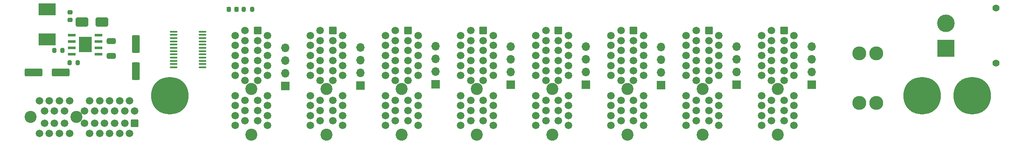
<source format=gbr>
%TF.GenerationSoftware,KiCad,Pcbnew,8.0.3*%
%TF.CreationDate,2024-06-27T20:35:16-04:00*%
%TF.ProjectId,backplane,6261636b-706c-4616-9e65-2e6b69636164,v0.0.0*%
%TF.SameCoordinates,Original*%
%TF.FileFunction,Soldermask,Top*%
%TF.FilePolarity,Negative*%
%FSLAX46Y46*%
G04 Gerber Fmt 4.6, Leading zero omitted, Abs format (unit mm)*
G04 Created by KiCad (PCBNEW 8.0.3) date 2024-06-27 20:35:16*
%MOMM*%
%LPD*%
G01*
G04 APERTURE LIST*
G04 Aperture macros list*
%AMRoundRect*
0 Rectangle with rounded corners*
0 $1 Rounding radius*
0 $2 $3 $4 $5 $6 $7 $8 $9 X,Y pos of 4 corners*
0 Add a 4 corners polygon primitive as box body*
4,1,4,$2,$3,$4,$5,$6,$7,$8,$9,$2,$3,0*
0 Add four circle primitives for the rounded corners*
1,1,$1+$1,$2,$3*
1,1,$1+$1,$4,$5*
1,1,$1+$1,$6,$7*
1,1,$1+$1,$8,$9*
0 Add four rect primitives between the rounded corners*
20,1,$1+$1,$2,$3,$4,$5,0*
20,1,$1+$1,$4,$5,$6,$7,0*
20,1,$1+$1,$6,$7,$8,$9,0*
20,1,$1+$1,$8,$9,$2,$3,0*%
G04 Aperture macros list end*
%ADD10C,7.500000*%
%ADD11R,1.700000X1.700000*%
%ADD12O,1.700000X1.700000*%
%ADD13R,3.500000X2.350000*%
%ADD14C,2.400000*%
%ADD15RoundRect,0.102000X-0.644000X0.644000X-0.644000X-0.644000X0.644000X-0.644000X0.644000X0.644000X0*%
%ADD16C,1.492000*%
%ADD17RoundRect,0.250000X1.000000X0.650000X-1.000000X0.650000X-1.000000X-0.650000X1.000000X-0.650000X0*%
%ADD18RoundRect,0.250000X-1.500000X-0.550000X1.500000X-0.550000X1.500000X0.550000X-1.500000X0.550000X0*%
%ADD19RoundRect,0.225000X0.250000X-0.225000X0.250000X0.225000X-0.250000X0.225000X-0.250000X-0.225000X0*%
%ADD20RoundRect,0.200000X-0.200000X-0.275000X0.200000X-0.275000X0.200000X0.275000X-0.200000X0.275000X0*%
%ADD21RoundRect,0.218750X-0.218750X-0.256250X0.218750X-0.256250X0.218750X0.256250X-0.218750X0.256250X0*%
%ADD22RoundRect,0.100000X0.637500X0.100000X-0.637500X0.100000X-0.637500X-0.100000X0.637500X-0.100000X0*%
%ADD23RoundRect,0.102000X0.644000X0.644000X-0.644000X0.644000X-0.644000X-0.644000X0.644000X-0.644000X0*%
%ADD24C,2.780000*%
%ADD25RoundRect,0.250000X-0.550000X1.500000X-0.550000X-1.500000X0.550000X-1.500000X0.550000X1.500000X0*%
%ADD26RoundRect,0.200000X0.200000X0.275000X-0.200000X0.275000X-0.200000X-0.275000X0.200000X-0.275000X0*%
%ADD27C,1.400000*%
%ADD28R,3.500000X3.500000*%
%ADD29C,3.500000*%
%ADD30R,1.550000X0.600000*%
%ADD31R,2.600000X3.100000*%
%ADD32RoundRect,0.250000X-0.650000X0.325000X-0.650000X-0.325000X0.650000X-0.325000X0.650000X0.325000X0*%
G04 APERTURE END LIST*
D10*
%TO.C,H2*%
X180000000Y-20000000D03*
%TD*%
D11*
%TO.C,J8*%
X68000000Y-18000000D03*
D12*
X68000000Y-15460000D03*
X68000000Y-12920000D03*
X68000000Y-10380000D03*
%TD*%
D13*
%TO.C,L1*%
X5495000Y-2726471D03*
X5495000Y-8776471D03*
%TD*%
D14*
%TO.C,J14*%
X91250000Y-18650000D03*
X91250000Y-27800000D03*
D15*
X92500000Y-7000000D03*
D16*
X94500000Y-8000000D03*
X92500000Y-9000000D03*
X94500000Y-10000000D03*
X92500000Y-11000000D03*
X94500000Y-12000000D03*
X92500000Y-13000000D03*
X94500000Y-14000000D03*
X92500000Y-15000000D03*
X94500000Y-16000000D03*
X92500000Y-17000000D03*
X94500000Y-20000000D03*
X92500000Y-21000000D03*
X94500000Y-22000000D03*
X92500000Y-23000000D03*
X94500000Y-24000000D03*
X92500000Y-25000000D03*
X94500000Y-26000000D03*
X90000000Y-7000000D03*
X88000000Y-8000000D03*
X90000000Y-9000000D03*
X88000000Y-10000000D03*
X90000000Y-11000000D03*
X88000000Y-12000000D03*
X90000000Y-13000000D03*
X88000000Y-14000000D03*
X90000000Y-15000000D03*
X88000000Y-16000000D03*
X90000000Y-17000000D03*
X88000000Y-20000000D03*
X90000000Y-21000000D03*
X88000000Y-22000000D03*
X90000000Y-23000000D03*
X88000000Y-24000000D03*
X90000000Y-25000000D03*
X88000000Y-26000000D03*
%TD*%
D17*
%TO.C,D2*%
X16465000Y-5280000D03*
X12465000Y-5280000D03*
%TD*%
D18*
%TO.C,C4*%
X2865000Y-15400000D03*
X8265000Y-15400000D03*
%TD*%
D19*
%TO.C,C3*%
X10095000Y-4881471D03*
X10095000Y-3331471D03*
%TD*%
D10*
%TO.C,H1*%
X30000000Y-20000000D03*
%TD*%
D14*
%TO.C,J6*%
X61250000Y-18650000D03*
X61250000Y-27800000D03*
D15*
X62500000Y-7000000D03*
D16*
X64500000Y-8000000D03*
X62500000Y-9000000D03*
X64500000Y-10000000D03*
X62500000Y-11000000D03*
X64500000Y-12000000D03*
X62500000Y-13000000D03*
X64500000Y-14000000D03*
X62500000Y-15000000D03*
X64500000Y-16000000D03*
X62500000Y-17000000D03*
X64500000Y-20000000D03*
X62500000Y-21000000D03*
X64500000Y-22000000D03*
X62500000Y-23000000D03*
X64500000Y-24000000D03*
X62500000Y-25000000D03*
X64500000Y-26000000D03*
X60000000Y-7000000D03*
X58000000Y-8000000D03*
X60000000Y-9000000D03*
X58000000Y-10000000D03*
X60000000Y-11000000D03*
X58000000Y-12000000D03*
X60000000Y-13000000D03*
X58000000Y-14000000D03*
X60000000Y-15000000D03*
X58000000Y-16000000D03*
X60000000Y-17000000D03*
X58000000Y-20000000D03*
X60000000Y-21000000D03*
X58000000Y-22000000D03*
X60000000Y-23000000D03*
X58000000Y-24000000D03*
X60000000Y-25000000D03*
X58000000Y-26000000D03*
%TD*%
D20*
%TO.C,R3*%
X10020000Y-13406471D03*
X11670000Y-13406471D03*
%TD*%
D21*
%TO.C,D1*%
X41742500Y-2750000D03*
X43317500Y-2750000D03*
%TD*%
D14*
%TO.C,J2*%
X46250000Y-18650000D03*
X46250000Y-27800000D03*
D15*
X47500000Y-7000000D03*
D16*
X49500000Y-8000000D03*
X47500000Y-9000000D03*
X49500000Y-10000000D03*
X47500000Y-11000000D03*
X49500000Y-12000000D03*
X47500000Y-13000000D03*
X49500000Y-14000000D03*
X47500000Y-15000000D03*
X49500000Y-16000000D03*
X47500000Y-17000000D03*
X49500000Y-20000000D03*
X47500000Y-21000000D03*
X49500000Y-22000000D03*
X47500000Y-23000000D03*
X49500000Y-24000000D03*
X47500000Y-25000000D03*
X49500000Y-26000000D03*
X45000000Y-7000000D03*
X43000000Y-8000000D03*
X45000000Y-9000000D03*
X43000000Y-10000000D03*
X45000000Y-11000000D03*
X43000000Y-12000000D03*
X45000000Y-13000000D03*
X43000000Y-14000000D03*
X45000000Y-15000000D03*
X43000000Y-16000000D03*
X45000000Y-17000000D03*
X43000000Y-20000000D03*
X45000000Y-21000000D03*
X43000000Y-22000000D03*
X45000000Y-23000000D03*
X43000000Y-24000000D03*
X45000000Y-25000000D03*
X43000000Y-26000000D03*
%TD*%
D10*
%TO.C,H3*%
X190000000Y-20000000D03*
%TD*%
D11*
%TO.C,J16*%
X98000000Y-17830000D03*
D12*
X98000000Y-15290000D03*
X98000000Y-12750000D03*
X98000000Y-10210000D03*
%TD*%
D22*
%TO.C,U1*%
X36485000Y-14365000D03*
X36485000Y-13715000D03*
X36485000Y-13065000D03*
X36485000Y-12415000D03*
X36485000Y-11765000D03*
X36485000Y-11115000D03*
X36485000Y-10465000D03*
X36485000Y-9815000D03*
X36485000Y-9165000D03*
X36485000Y-8515000D03*
X36485000Y-7865000D03*
X36485000Y-7215000D03*
X30760000Y-7215000D03*
X30760000Y-7865000D03*
X30760000Y-8515000D03*
X30760000Y-9165000D03*
X30760000Y-9815000D03*
X30760000Y-10465000D03*
X30760000Y-11115000D03*
X30760000Y-11765000D03*
X30760000Y-12415000D03*
X30760000Y-13065000D03*
X30760000Y-13715000D03*
X30760000Y-14365000D03*
%TD*%
D11*
%TO.C,J17*%
X158000000Y-17830000D03*
D12*
X158000000Y-15290000D03*
X158000000Y-12750000D03*
X158000000Y-10210000D03*
%TD*%
D14*
%TO.C,J11*%
X136250000Y-18650000D03*
X136250000Y-27800000D03*
D15*
X137500000Y-7000000D03*
D16*
X139500000Y-8000000D03*
X137500000Y-9000000D03*
X139500000Y-10000000D03*
X137500000Y-11000000D03*
X139500000Y-12000000D03*
X137500000Y-13000000D03*
X139500000Y-14000000D03*
X137500000Y-15000000D03*
X139500000Y-16000000D03*
X137500000Y-17000000D03*
X139500000Y-20000000D03*
X137500000Y-21000000D03*
X139500000Y-22000000D03*
X137500000Y-23000000D03*
X139500000Y-24000000D03*
X137500000Y-25000000D03*
X139500000Y-26000000D03*
X135000000Y-7000000D03*
X133000000Y-8000000D03*
X135000000Y-9000000D03*
X133000000Y-10000000D03*
X135000000Y-11000000D03*
X133000000Y-12000000D03*
X135000000Y-13000000D03*
X133000000Y-14000000D03*
X135000000Y-15000000D03*
X133000000Y-16000000D03*
X135000000Y-17000000D03*
X133000000Y-20000000D03*
X135000000Y-21000000D03*
X133000000Y-22000000D03*
X135000000Y-23000000D03*
X133000000Y-24000000D03*
X135000000Y-25000000D03*
X133000000Y-26000000D03*
%TD*%
D14*
%TO.C,J18*%
X11350000Y-24300000D03*
X2200000Y-24300000D03*
D23*
X23000000Y-25550000D03*
D16*
X22000000Y-27550000D03*
X21000000Y-25550000D03*
X20000000Y-27550000D03*
X19000000Y-25550000D03*
X18000000Y-27550000D03*
X17000000Y-25550000D03*
X16000000Y-27550000D03*
X15000000Y-25550000D03*
X14000000Y-27550000D03*
X13000000Y-25550000D03*
X10000000Y-27550000D03*
X9000000Y-25550000D03*
X8000000Y-27550000D03*
X7000000Y-25550000D03*
X6000000Y-27550000D03*
X5000000Y-25550000D03*
X4000000Y-27550000D03*
X23000000Y-23050000D03*
X22000000Y-21050000D03*
X21000000Y-23050000D03*
X20000000Y-21050000D03*
X19000000Y-23050000D03*
X18000000Y-21050000D03*
X17000000Y-23050000D03*
X16000000Y-21050000D03*
X15000000Y-23050000D03*
X14000000Y-21050000D03*
X13000000Y-23050000D03*
X10000000Y-21050000D03*
X9000000Y-23050000D03*
X8000000Y-21050000D03*
X7000000Y-23050000D03*
X6000000Y-21050000D03*
X5000000Y-23050000D03*
X4000000Y-21050000D03*
%TD*%
D24*
%TO.C,F1*%
X170900000Y-11540000D03*
X167500000Y-11540000D03*
X170900000Y-21460000D03*
X167500000Y-21460000D03*
%TD*%
D25*
%TO.C,C1*%
X23225000Y-9726471D03*
X23225000Y-15126471D03*
%TD*%
D14*
%TO.C,J3*%
X106250000Y-18650000D03*
X106250000Y-27800000D03*
D15*
X107500000Y-7000000D03*
D16*
X109500000Y-8000000D03*
X107500000Y-9000000D03*
X109500000Y-10000000D03*
X107500000Y-11000000D03*
X109500000Y-12000000D03*
X107500000Y-13000000D03*
X109500000Y-14000000D03*
X107500000Y-15000000D03*
X109500000Y-16000000D03*
X107500000Y-17000000D03*
X109500000Y-20000000D03*
X107500000Y-21000000D03*
X109500000Y-22000000D03*
X107500000Y-23000000D03*
X109500000Y-24000000D03*
X107500000Y-25000000D03*
X109500000Y-26000000D03*
X105000000Y-7000000D03*
X103000000Y-8000000D03*
X105000000Y-9000000D03*
X103000000Y-10000000D03*
X105000000Y-11000000D03*
X103000000Y-12000000D03*
X105000000Y-13000000D03*
X103000000Y-14000000D03*
X105000000Y-15000000D03*
X103000000Y-16000000D03*
X105000000Y-17000000D03*
X103000000Y-20000000D03*
X105000000Y-21000000D03*
X103000000Y-22000000D03*
X105000000Y-23000000D03*
X103000000Y-24000000D03*
X105000000Y-25000000D03*
X103000000Y-26000000D03*
%TD*%
D11*
%TO.C,J4*%
X53000000Y-18100000D03*
D12*
X53000000Y-15560000D03*
X53000000Y-13020000D03*
X53000000Y-10480000D03*
%TD*%
D11*
%TO.C,J5*%
X113000000Y-17860000D03*
D12*
X113000000Y-15320000D03*
X113000000Y-12780000D03*
X113000000Y-10240000D03*
%TD*%
D26*
%TO.C,R1*%
X46405000Y-2770000D03*
X44755000Y-2770000D03*
%TD*%
D27*
%TO.C,J1*%
X194800000Y-2520000D03*
X194800000Y-13520000D03*
D28*
X184800000Y-10520000D03*
D29*
X184800000Y-5520000D03*
%TD*%
D11*
%TO.C,J9*%
X128000000Y-17900000D03*
D12*
X128000000Y-15360000D03*
X128000000Y-12820000D03*
X128000000Y-10280000D03*
%TD*%
D14*
%TO.C,J15*%
X151250000Y-18650000D03*
X151250000Y-27800000D03*
D15*
X152500000Y-7000000D03*
D16*
X154500000Y-8000000D03*
X152500000Y-9000000D03*
X154500000Y-10000000D03*
X152500000Y-11000000D03*
X154500000Y-12000000D03*
X152500000Y-13000000D03*
X154500000Y-14000000D03*
X152500000Y-15000000D03*
X154500000Y-16000000D03*
X152500000Y-17000000D03*
X154500000Y-20000000D03*
X152500000Y-21000000D03*
X154500000Y-22000000D03*
X152500000Y-23000000D03*
X154500000Y-24000000D03*
X152500000Y-25000000D03*
X154500000Y-26000000D03*
X150000000Y-7000000D03*
X148000000Y-8000000D03*
X150000000Y-9000000D03*
X148000000Y-10000000D03*
X150000000Y-11000000D03*
X148000000Y-12000000D03*
X150000000Y-13000000D03*
X148000000Y-14000000D03*
X150000000Y-15000000D03*
X148000000Y-16000000D03*
X150000000Y-17000000D03*
X148000000Y-20000000D03*
X150000000Y-21000000D03*
X148000000Y-22000000D03*
X150000000Y-23000000D03*
X148000000Y-24000000D03*
X150000000Y-25000000D03*
X148000000Y-26000000D03*
%TD*%
D14*
%TO.C,J10*%
X76250000Y-18650000D03*
X76250000Y-27800000D03*
D15*
X77500000Y-7000000D03*
D16*
X79500000Y-8000000D03*
X77500000Y-9000000D03*
X79500000Y-10000000D03*
X77500000Y-11000000D03*
X79500000Y-12000000D03*
X77500000Y-13000000D03*
X79500000Y-14000000D03*
X77500000Y-15000000D03*
X79500000Y-16000000D03*
X77500000Y-17000000D03*
X79500000Y-20000000D03*
X77500000Y-21000000D03*
X79500000Y-22000000D03*
X77500000Y-23000000D03*
X79500000Y-24000000D03*
X77500000Y-25000000D03*
X79500000Y-26000000D03*
X75000000Y-7000000D03*
X73000000Y-8000000D03*
X75000000Y-9000000D03*
X73000000Y-10000000D03*
X75000000Y-11000000D03*
X73000000Y-12000000D03*
X75000000Y-13000000D03*
X73000000Y-14000000D03*
X75000000Y-15000000D03*
X73000000Y-16000000D03*
X75000000Y-17000000D03*
X73000000Y-20000000D03*
X75000000Y-21000000D03*
X73000000Y-22000000D03*
X75000000Y-23000000D03*
X73000000Y-24000000D03*
X75000000Y-25000000D03*
X73000000Y-26000000D03*
%TD*%
D11*
%TO.C,J13*%
X143000000Y-17830000D03*
D12*
X143000000Y-15290000D03*
X143000000Y-12750000D03*
X143000000Y-10210000D03*
%TD*%
D30*
%TO.C,U2*%
X10415000Y-7891471D03*
X10415000Y-9161471D03*
X10415000Y-10431471D03*
X10415000Y-11701471D03*
X15815000Y-11701471D03*
X15815000Y-10431471D03*
X15815000Y-9161471D03*
X15815000Y-7891471D03*
D31*
X13115000Y-9796471D03*
%TD*%
D20*
%TO.C,R2*%
X6970000Y-11000000D03*
X8620000Y-11000000D03*
%TD*%
D11*
%TO.C,J12*%
X83000000Y-17750000D03*
D12*
X83000000Y-15210000D03*
X83000000Y-12670000D03*
X83000000Y-10130000D03*
%TD*%
D32*
%TO.C,C2*%
X18335000Y-9131471D03*
X18335000Y-12081471D03*
%TD*%
D14*
%TO.C,J7*%
X121250000Y-18650000D03*
X121250000Y-27800000D03*
D15*
X122500000Y-7000000D03*
D16*
X124500000Y-8000000D03*
X122500000Y-9000000D03*
X124500000Y-10000000D03*
X122500000Y-11000000D03*
X124500000Y-12000000D03*
X122500000Y-13000000D03*
X124500000Y-14000000D03*
X122500000Y-15000000D03*
X124500000Y-16000000D03*
X122500000Y-17000000D03*
X124500000Y-20000000D03*
X122500000Y-21000000D03*
X124500000Y-22000000D03*
X122500000Y-23000000D03*
X124500000Y-24000000D03*
X122500000Y-25000000D03*
X124500000Y-26000000D03*
X120000000Y-7000000D03*
X118000000Y-8000000D03*
X120000000Y-9000000D03*
X118000000Y-10000000D03*
X120000000Y-11000000D03*
X118000000Y-12000000D03*
X120000000Y-13000000D03*
X118000000Y-14000000D03*
X120000000Y-15000000D03*
X118000000Y-16000000D03*
X120000000Y-17000000D03*
X118000000Y-20000000D03*
X120000000Y-21000000D03*
X118000000Y-22000000D03*
X120000000Y-23000000D03*
X118000000Y-24000000D03*
X120000000Y-25000000D03*
X118000000Y-26000000D03*
%TD*%
M02*

</source>
